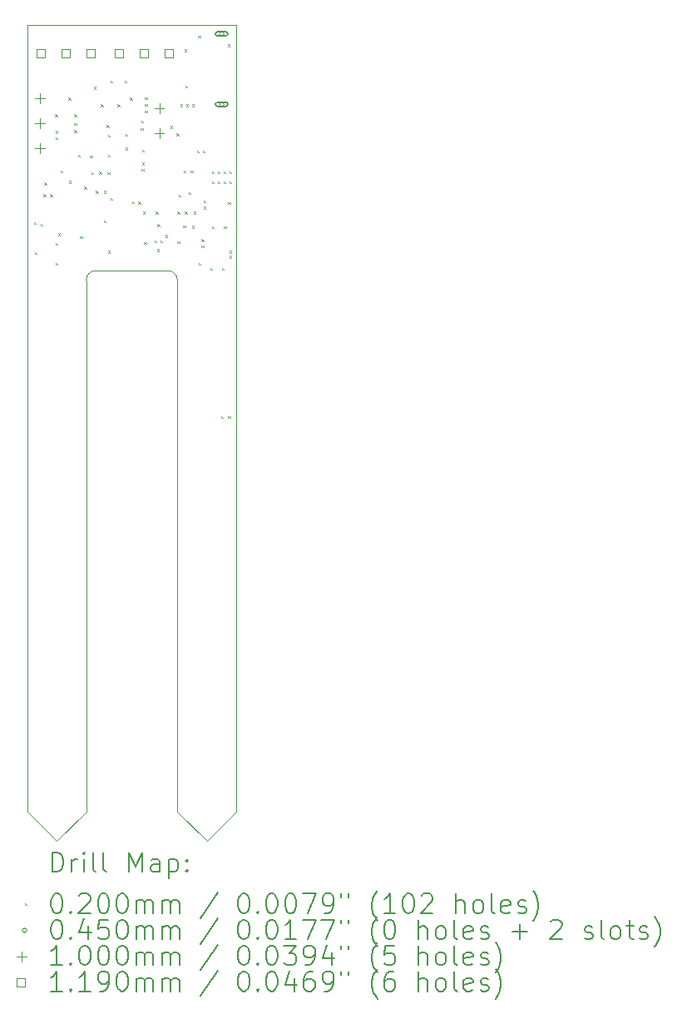
<source format=gbr>
%TF.GenerationSoftware,KiCad,Pcbnew,(6.0.7)*%
%TF.CreationDate,2022-10-27T11:55:26+02:00*%
%TF.ProjectId,soilMoistureSensor,736f696c-4d6f-4697-9374-75726553656e,rev?*%
%TF.SameCoordinates,Original*%
%TF.FileFunction,Drillmap*%
%TF.FilePolarity,Positive*%
%FSLAX45Y45*%
G04 Gerber Fmt 4.5, Leading zero omitted, Abs format (unit mm)*
G04 Created by KiCad (PCBNEW (6.0.7)) date 2022-10-27 11:55:26*
%MOMM*%
%LPD*%
G01*
G04 APERTURE LIST*
%ADD10C,0.100000*%
%ADD11C,0.200000*%
%ADD12C,0.020000*%
%ADD13C,0.045000*%
%ADD14C,0.119000*%
G04 APERTURE END LIST*
D10*
X22120000Y-11840000D02*
X22120000Y-6440000D01*
X23650000Y-3840000D02*
X23650000Y-11840000D01*
X23650000Y-3840000D02*
X21520000Y-3840000D01*
X21520000Y-3840000D02*
X21520000Y-11840000D01*
X23350000Y-12140000D02*
X23050000Y-11840000D01*
X22950000Y-6340000D02*
X22220000Y-6340000D01*
X21820000Y-12140000D02*
X22120000Y-11840000D01*
X23650000Y-11840000D02*
X23350000Y-12140000D01*
X21520000Y-11840000D02*
X21820000Y-12140000D01*
X23050000Y-6440000D02*
G75*
G03*
X22950000Y-6340000I-100000J0D01*
G01*
X22220000Y-6340000D02*
G75*
G03*
X22120000Y-6440000I0J-100000D01*
G01*
X23050000Y-11840000D02*
X23050000Y-6440000D01*
D11*
D12*
X21587337Y-5847337D02*
X21607337Y-5867337D01*
X21607337Y-5847337D02*
X21587337Y-5867337D01*
X21600000Y-6150000D02*
X21620000Y-6170000D01*
X21620000Y-6150000D02*
X21600000Y-6170000D01*
X21656000Y-5861113D02*
X21676000Y-5881113D01*
X21676000Y-5861113D02*
X21656000Y-5881113D01*
X21686000Y-5564000D02*
X21706000Y-5584000D01*
X21706000Y-5564000D02*
X21686000Y-5584000D01*
X21694000Y-5445000D02*
X21714000Y-5465000D01*
X21714000Y-5445000D02*
X21694000Y-5465000D01*
X21753000Y-5564000D02*
X21773000Y-5584000D01*
X21773000Y-5564000D02*
X21753000Y-5584000D01*
X21804000Y-4750000D02*
X21824000Y-4770000D01*
X21824000Y-4750000D02*
X21804000Y-4770000D01*
X21810000Y-4920000D02*
X21830000Y-4940000D01*
X21830000Y-4920000D02*
X21810000Y-4940000D01*
X21810000Y-4982650D02*
X21830000Y-5002650D01*
X21830000Y-4982650D02*
X21810000Y-5002650D01*
X21810000Y-6060000D02*
X21830000Y-6080000D01*
X21830000Y-6060000D02*
X21810000Y-6080000D01*
X21810000Y-6260000D02*
X21830000Y-6280000D01*
X21830000Y-6260000D02*
X21810000Y-6280000D01*
X21834850Y-5960000D02*
X21854850Y-5980000D01*
X21854850Y-5960000D02*
X21834850Y-5980000D01*
X21860000Y-5320000D02*
X21880000Y-5340000D01*
X21880000Y-5320000D02*
X21860000Y-5340000D01*
X21940000Y-4580000D02*
X21960000Y-4600000D01*
X21960000Y-4580000D02*
X21940000Y-4600000D01*
X21946418Y-5429147D02*
X21966418Y-5449147D01*
X21966418Y-5429147D02*
X21946418Y-5449147D01*
X21999850Y-4910000D02*
X22019850Y-4930000D01*
X22019850Y-4910000D02*
X21999850Y-4930000D01*
X22000000Y-4750000D02*
X22020000Y-4770000D01*
X22020000Y-4750000D02*
X22000000Y-4770000D01*
X22000000Y-4840000D02*
X22020000Y-4860000D01*
X22020000Y-4840000D02*
X22000000Y-4860000D01*
X22039262Y-5162319D02*
X22059262Y-5182319D01*
X22059262Y-5162319D02*
X22039262Y-5182319D01*
X22060000Y-5990000D02*
X22080000Y-6010000D01*
X22080000Y-5990000D02*
X22060000Y-6010000D01*
X22100000Y-5486000D02*
X22120000Y-5506000D01*
X22120000Y-5486000D02*
X22100000Y-5506000D01*
X22160000Y-5170000D02*
X22180000Y-5190000D01*
X22180000Y-5170000D02*
X22160000Y-5190000D01*
X22175000Y-5340000D02*
X22195000Y-5360000D01*
X22195000Y-5340000D02*
X22175000Y-5360000D01*
X22200000Y-4470000D02*
X22220000Y-4490000D01*
X22220000Y-4470000D02*
X22200000Y-4490000D01*
X22220000Y-5530000D02*
X22240000Y-5550000D01*
X22240000Y-5530000D02*
X22220000Y-5550000D01*
X22255000Y-5335000D02*
X22275000Y-5355000D01*
X22275000Y-5335000D02*
X22255000Y-5355000D01*
X22270000Y-4650000D02*
X22290000Y-4670000D01*
X22290000Y-4650000D02*
X22270000Y-4670000D01*
X22300000Y-5530000D02*
X22320000Y-5550000D01*
X22320000Y-5530000D02*
X22300000Y-5550000D01*
X22300000Y-5830000D02*
X22320000Y-5850000D01*
X22320000Y-5830000D02*
X22300000Y-5850000D01*
X22330000Y-4860000D02*
X22350000Y-4880000D01*
X22350000Y-4860000D02*
X22330000Y-4880000D01*
X22338887Y-5341113D02*
X22358887Y-5361113D01*
X22358887Y-5341113D02*
X22338887Y-5361113D01*
X22340000Y-4960000D02*
X22360000Y-4980000D01*
X22360000Y-4960000D02*
X22340000Y-4980000D01*
X22340000Y-5160000D02*
X22360000Y-5180000D01*
X22360000Y-5160000D02*
X22340000Y-5180000D01*
X22340000Y-6140000D02*
X22360000Y-6160000D01*
X22360000Y-6140000D02*
X22340000Y-6160000D01*
X22368887Y-5598887D02*
X22388887Y-5618887D01*
X22388887Y-5598887D02*
X22368887Y-5618887D01*
X22370000Y-4410000D02*
X22390000Y-4430000D01*
X22390000Y-4410000D02*
X22370000Y-4430000D01*
X22440000Y-4650000D02*
X22460000Y-4670000D01*
X22460000Y-4650000D02*
X22440000Y-4670000D01*
X22510000Y-4410000D02*
X22530000Y-4430000D01*
X22530000Y-4410000D02*
X22510000Y-4430000D01*
X22522650Y-4950000D02*
X22542650Y-4970000D01*
X22542650Y-4950000D02*
X22522650Y-4970000D01*
X22522650Y-5090000D02*
X22542650Y-5110000D01*
X22542650Y-5090000D02*
X22522650Y-5110000D01*
X22567350Y-4580000D02*
X22587350Y-4600000D01*
X22587350Y-4580000D02*
X22567350Y-4600000D01*
X22587407Y-5637316D02*
X22607407Y-5657316D01*
X22607407Y-5637316D02*
X22587407Y-5657316D01*
X22650000Y-5640000D02*
X22670000Y-5660000D01*
X22670000Y-5640000D02*
X22650000Y-5660000D01*
X22676000Y-4890000D02*
X22696000Y-4910000D01*
X22696000Y-4890000D02*
X22676000Y-4910000D01*
X22683390Y-4815593D02*
X22703390Y-4835593D01*
X22703390Y-4815593D02*
X22683390Y-4835593D01*
X22685000Y-5305000D02*
X22705000Y-5325000D01*
X22705000Y-5305000D02*
X22685000Y-5325000D01*
X22690000Y-5110000D02*
X22710000Y-5130000D01*
X22710000Y-5110000D02*
X22690000Y-5130000D01*
X22690000Y-5240000D02*
X22710000Y-5260000D01*
X22710000Y-5240000D02*
X22690000Y-5260000D01*
X22700000Y-5740000D02*
X22720000Y-5760000D01*
X22720000Y-5740000D02*
X22700000Y-5760000D01*
X22710000Y-6050000D02*
X22730000Y-6070000D01*
X22730000Y-6050000D02*
X22710000Y-6070000D01*
X22719977Y-4710000D02*
X22739977Y-4730000D01*
X22739977Y-4710000D02*
X22719977Y-4730000D01*
X22719996Y-4579148D02*
X22739996Y-4599148D01*
X22739996Y-4579148D02*
X22719996Y-4599148D01*
X22720300Y-4641798D02*
X22740300Y-4661798D01*
X22740300Y-4641798D02*
X22720300Y-4661798D01*
X22813887Y-6033887D02*
X22833887Y-6053887D01*
X22833887Y-6033887D02*
X22813887Y-6053887D01*
X22830000Y-5740000D02*
X22850000Y-5760000D01*
X22850000Y-5740000D02*
X22830000Y-5760000D01*
X22840672Y-6122686D02*
X22860672Y-6142686D01*
X22860672Y-6122686D02*
X22840672Y-6142686D01*
X22845000Y-5867707D02*
X22865000Y-5887707D01*
X22865000Y-5867707D02*
X22845000Y-5887707D01*
X22876527Y-6035028D02*
X22896527Y-6055028D01*
X22896527Y-6035028D02*
X22876527Y-6055028D01*
X22929000Y-5976701D02*
X22949000Y-5996701D01*
X22949000Y-5976701D02*
X22929000Y-5996701D01*
X22980000Y-4870000D02*
X23000000Y-4890000D01*
X23000000Y-4870000D02*
X22980000Y-4890000D01*
X23040000Y-4945000D02*
X23060000Y-4965000D01*
X23060000Y-4945000D02*
X23040000Y-4965000D01*
X23048887Y-6043887D02*
X23068887Y-6063887D01*
X23068887Y-6043887D02*
X23048887Y-6063887D01*
X23050000Y-5740000D02*
X23070000Y-5760000D01*
X23070000Y-5740000D02*
X23050000Y-5760000D01*
X23060000Y-5570000D02*
X23080000Y-5590000D01*
X23080000Y-5570000D02*
X23060000Y-5590000D01*
X23080000Y-4650000D02*
X23100000Y-4670000D01*
X23100000Y-4650000D02*
X23080000Y-4670000D01*
X23108887Y-5881113D02*
X23128887Y-5901113D01*
X23128887Y-5881113D02*
X23108887Y-5901113D01*
X23115000Y-5320000D02*
X23135000Y-5340000D01*
X23135000Y-5320000D02*
X23115000Y-5340000D01*
X23120000Y-4090000D02*
X23140000Y-4110000D01*
X23140000Y-4090000D02*
X23120000Y-4110000D01*
X23126000Y-5740000D02*
X23146000Y-5760000D01*
X23146000Y-5740000D02*
X23126000Y-5760000D01*
X23130000Y-4460000D02*
X23150000Y-4480000D01*
X23150000Y-4460000D02*
X23130000Y-4480000D01*
X23140000Y-4650000D02*
X23160000Y-4670000D01*
X23160000Y-4650000D02*
X23140000Y-4670000D01*
X23166000Y-5540000D02*
X23186000Y-5560000D01*
X23186000Y-5540000D02*
X23166000Y-5560000D01*
X23185000Y-5320000D02*
X23205000Y-5340000D01*
X23205000Y-5320000D02*
X23185000Y-5340000D01*
X23196937Y-5884850D02*
X23216937Y-5904850D01*
X23216937Y-5884850D02*
X23196937Y-5904850D01*
X23200000Y-4650000D02*
X23220000Y-4670000D01*
X23220000Y-4650000D02*
X23200000Y-4670000D01*
X23215000Y-5740000D02*
X23235000Y-5760000D01*
X23235000Y-5740000D02*
X23215000Y-5760000D01*
X23250000Y-5120000D02*
X23270000Y-5140000D01*
X23270000Y-5120000D02*
X23250000Y-5140000D01*
X23260000Y-3950000D02*
X23280000Y-3970000D01*
X23280000Y-3950000D02*
X23260000Y-3970000D01*
X23265000Y-6260000D02*
X23285000Y-6280000D01*
X23285000Y-6260000D02*
X23265000Y-6280000D01*
X23295000Y-6020150D02*
X23315000Y-6040150D01*
X23315000Y-6020150D02*
X23295000Y-6040150D01*
X23296250Y-6083750D02*
X23316250Y-6103750D01*
X23316250Y-6083750D02*
X23296250Y-6103750D01*
X23310000Y-5120000D02*
X23330000Y-5140000D01*
X23330000Y-5120000D02*
X23310000Y-5140000D01*
X23315000Y-5625000D02*
X23335000Y-5645000D01*
X23335000Y-5625000D02*
X23315000Y-5645000D01*
X23315000Y-5690000D02*
X23335000Y-5710000D01*
X23335000Y-5690000D02*
X23315000Y-5710000D01*
X23385000Y-6315000D02*
X23405000Y-6335000D01*
X23405000Y-6315000D02*
X23385000Y-6335000D01*
X23400000Y-5330000D02*
X23420000Y-5350000D01*
X23420000Y-5330000D02*
X23400000Y-5350000D01*
X23400000Y-5430000D02*
X23420000Y-5450000D01*
X23420000Y-5430000D02*
X23400000Y-5450000D01*
X23400000Y-5889850D02*
X23420000Y-5909850D01*
X23420000Y-5889850D02*
X23400000Y-5909850D01*
X23460000Y-5330000D02*
X23480000Y-5350000D01*
X23480000Y-5330000D02*
X23460000Y-5350000D01*
X23460000Y-5430000D02*
X23480000Y-5450000D01*
X23480000Y-5430000D02*
X23460000Y-5450000D01*
X23495000Y-7820000D02*
X23515000Y-7840000D01*
X23515000Y-7820000D02*
X23495000Y-7840000D01*
X23500000Y-6315000D02*
X23520000Y-6335000D01*
X23520000Y-6315000D02*
X23500000Y-6335000D01*
X23520000Y-5330000D02*
X23540000Y-5350000D01*
X23540000Y-5330000D02*
X23520000Y-5350000D01*
X23520000Y-5430000D02*
X23540000Y-5450000D01*
X23540000Y-5430000D02*
X23520000Y-5450000D01*
X23525000Y-5890000D02*
X23545000Y-5910000D01*
X23545000Y-5890000D02*
X23525000Y-5910000D01*
X23560000Y-4040000D02*
X23580000Y-4060000D01*
X23580000Y-4040000D02*
X23560000Y-4060000D01*
X23564650Y-5645000D02*
X23584650Y-5665000D01*
X23584650Y-5645000D02*
X23564650Y-5665000D01*
X23565000Y-7820000D02*
X23585000Y-7840000D01*
X23585000Y-7820000D02*
X23565000Y-7840000D01*
X23580000Y-5330000D02*
X23600000Y-5350000D01*
X23600000Y-5330000D02*
X23580000Y-5350000D01*
X23580000Y-5430000D02*
X23600000Y-5450000D01*
X23600000Y-5430000D02*
X23580000Y-5450000D01*
X23580000Y-6140150D02*
X23600000Y-6160150D01*
X23600000Y-6140150D02*
X23580000Y-6160150D01*
X23580000Y-6190000D02*
X23600000Y-6210000D01*
X23600000Y-6190000D02*
X23580000Y-6210000D01*
D13*
X23522500Y-3932500D02*
G75*
G03*
X23522500Y-3932500I-22500J0D01*
G01*
D11*
X23460000Y-3955000D02*
X23540000Y-3955000D01*
X23460000Y-3910000D02*
X23540000Y-3910000D01*
X23540000Y-3955000D02*
G75*
G03*
X23540000Y-3910000I0J22500D01*
G01*
X23460000Y-3910000D02*
G75*
G03*
X23460000Y-3955000I0J-22500D01*
G01*
D13*
X23522500Y-4647500D02*
G75*
G03*
X23522500Y-4647500I-22500J0D01*
G01*
D11*
X23540000Y-4625000D02*
X23460000Y-4625000D01*
X23540000Y-4670000D02*
X23460000Y-4670000D01*
X23460000Y-4625000D02*
G75*
G03*
X23460000Y-4670000I0J-22500D01*
G01*
X23540000Y-4670000D02*
G75*
G03*
X23540000Y-4625000I0J22500D01*
G01*
D10*
X21647500Y-4537500D02*
X21647500Y-4637500D01*
X21597500Y-4587500D02*
X21697500Y-4587500D01*
X21647500Y-4791500D02*
X21647500Y-4891500D01*
X21597500Y-4841500D02*
X21697500Y-4841500D01*
X21647500Y-5045500D02*
X21647500Y-5145500D01*
X21597500Y-5095500D02*
X21697500Y-5095500D01*
X22865000Y-4635000D02*
X22865000Y-4735000D01*
X22815000Y-4685000D02*
X22915000Y-4685000D01*
X22865000Y-4889000D02*
X22865000Y-4989000D01*
X22815000Y-4939000D02*
X22915000Y-4939000D01*
D14*
X21699573Y-4174073D02*
X21699573Y-4089927D01*
X21615427Y-4089927D01*
X21615427Y-4174073D01*
X21699573Y-4174073D01*
X21953573Y-4174073D02*
X21953573Y-4089927D01*
X21869427Y-4089927D01*
X21869427Y-4174073D01*
X21953573Y-4174073D01*
X22207573Y-4174073D02*
X22207573Y-4089927D01*
X22123427Y-4089927D01*
X22123427Y-4174073D01*
X22207573Y-4174073D01*
X22499573Y-4174073D02*
X22499573Y-4089927D01*
X22415427Y-4089927D01*
X22415427Y-4174073D01*
X22499573Y-4174073D01*
X22753573Y-4174073D02*
X22753573Y-4089927D01*
X22669427Y-4089927D01*
X22669427Y-4174073D01*
X22753573Y-4174073D01*
X23007573Y-4174073D02*
X23007573Y-4089927D01*
X22923427Y-4089927D01*
X22923427Y-4174073D01*
X23007573Y-4174073D01*
D11*
X21772619Y-12455476D02*
X21772619Y-12255476D01*
X21820238Y-12255476D01*
X21848810Y-12265000D01*
X21867857Y-12284048D01*
X21877381Y-12303095D01*
X21886905Y-12341190D01*
X21886905Y-12369762D01*
X21877381Y-12407857D01*
X21867857Y-12426905D01*
X21848810Y-12445952D01*
X21820238Y-12455476D01*
X21772619Y-12455476D01*
X21972619Y-12455476D02*
X21972619Y-12322143D01*
X21972619Y-12360238D02*
X21982143Y-12341190D01*
X21991667Y-12331667D01*
X22010714Y-12322143D01*
X22029762Y-12322143D01*
X22096429Y-12455476D02*
X22096429Y-12322143D01*
X22096429Y-12255476D02*
X22086905Y-12265000D01*
X22096429Y-12274524D01*
X22105952Y-12265000D01*
X22096429Y-12255476D01*
X22096429Y-12274524D01*
X22220238Y-12455476D02*
X22201190Y-12445952D01*
X22191667Y-12426905D01*
X22191667Y-12255476D01*
X22325000Y-12455476D02*
X22305952Y-12445952D01*
X22296429Y-12426905D01*
X22296429Y-12255476D01*
X22553571Y-12455476D02*
X22553571Y-12255476D01*
X22620238Y-12398333D01*
X22686905Y-12255476D01*
X22686905Y-12455476D01*
X22867857Y-12455476D02*
X22867857Y-12350714D01*
X22858333Y-12331667D01*
X22839286Y-12322143D01*
X22801190Y-12322143D01*
X22782143Y-12331667D01*
X22867857Y-12445952D02*
X22848809Y-12455476D01*
X22801190Y-12455476D01*
X22782143Y-12445952D01*
X22772619Y-12426905D01*
X22772619Y-12407857D01*
X22782143Y-12388809D01*
X22801190Y-12379286D01*
X22848809Y-12379286D01*
X22867857Y-12369762D01*
X22963095Y-12322143D02*
X22963095Y-12522143D01*
X22963095Y-12331667D02*
X22982143Y-12322143D01*
X23020238Y-12322143D01*
X23039286Y-12331667D01*
X23048809Y-12341190D01*
X23058333Y-12360238D01*
X23058333Y-12417381D01*
X23048809Y-12436428D01*
X23039286Y-12445952D01*
X23020238Y-12455476D01*
X22982143Y-12455476D01*
X22963095Y-12445952D01*
X23144048Y-12436428D02*
X23153571Y-12445952D01*
X23144048Y-12455476D01*
X23134524Y-12445952D01*
X23144048Y-12436428D01*
X23144048Y-12455476D01*
X23144048Y-12331667D02*
X23153571Y-12341190D01*
X23144048Y-12350714D01*
X23134524Y-12341190D01*
X23144048Y-12331667D01*
X23144048Y-12350714D01*
D12*
X21495000Y-12775000D02*
X21515000Y-12795000D01*
X21515000Y-12775000D02*
X21495000Y-12795000D01*
D11*
X21810714Y-12675476D02*
X21829762Y-12675476D01*
X21848810Y-12685000D01*
X21858333Y-12694524D01*
X21867857Y-12713571D01*
X21877381Y-12751667D01*
X21877381Y-12799286D01*
X21867857Y-12837381D01*
X21858333Y-12856428D01*
X21848810Y-12865952D01*
X21829762Y-12875476D01*
X21810714Y-12875476D01*
X21791667Y-12865952D01*
X21782143Y-12856428D01*
X21772619Y-12837381D01*
X21763095Y-12799286D01*
X21763095Y-12751667D01*
X21772619Y-12713571D01*
X21782143Y-12694524D01*
X21791667Y-12685000D01*
X21810714Y-12675476D01*
X21963095Y-12856428D02*
X21972619Y-12865952D01*
X21963095Y-12875476D01*
X21953571Y-12865952D01*
X21963095Y-12856428D01*
X21963095Y-12875476D01*
X22048810Y-12694524D02*
X22058333Y-12685000D01*
X22077381Y-12675476D01*
X22125000Y-12675476D01*
X22144048Y-12685000D01*
X22153571Y-12694524D01*
X22163095Y-12713571D01*
X22163095Y-12732619D01*
X22153571Y-12761190D01*
X22039286Y-12875476D01*
X22163095Y-12875476D01*
X22286905Y-12675476D02*
X22305952Y-12675476D01*
X22325000Y-12685000D01*
X22334524Y-12694524D01*
X22344048Y-12713571D01*
X22353571Y-12751667D01*
X22353571Y-12799286D01*
X22344048Y-12837381D01*
X22334524Y-12856428D01*
X22325000Y-12865952D01*
X22305952Y-12875476D01*
X22286905Y-12875476D01*
X22267857Y-12865952D01*
X22258333Y-12856428D01*
X22248810Y-12837381D01*
X22239286Y-12799286D01*
X22239286Y-12751667D01*
X22248810Y-12713571D01*
X22258333Y-12694524D01*
X22267857Y-12685000D01*
X22286905Y-12675476D01*
X22477381Y-12675476D02*
X22496428Y-12675476D01*
X22515476Y-12685000D01*
X22525000Y-12694524D01*
X22534524Y-12713571D01*
X22544048Y-12751667D01*
X22544048Y-12799286D01*
X22534524Y-12837381D01*
X22525000Y-12856428D01*
X22515476Y-12865952D01*
X22496428Y-12875476D01*
X22477381Y-12875476D01*
X22458333Y-12865952D01*
X22448809Y-12856428D01*
X22439286Y-12837381D01*
X22429762Y-12799286D01*
X22429762Y-12751667D01*
X22439286Y-12713571D01*
X22448809Y-12694524D01*
X22458333Y-12685000D01*
X22477381Y-12675476D01*
X22629762Y-12875476D02*
X22629762Y-12742143D01*
X22629762Y-12761190D02*
X22639286Y-12751667D01*
X22658333Y-12742143D01*
X22686905Y-12742143D01*
X22705952Y-12751667D01*
X22715476Y-12770714D01*
X22715476Y-12875476D01*
X22715476Y-12770714D02*
X22725000Y-12751667D01*
X22744048Y-12742143D01*
X22772619Y-12742143D01*
X22791667Y-12751667D01*
X22801190Y-12770714D01*
X22801190Y-12875476D01*
X22896428Y-12875476D02*
X22896428Y-12742143D01*
X22896428Y-12761190D02*
X22905952Y-12751667D01*
X22925000Y-12742143D01*
X22953571Y-12742143D01*
X22972619Y-12751667D01*
X22982143Y-12770714D01*
X22982143Y-12875476D01*
X22982143Y-12770714D02*
X22991667Y-12751667D01*
X23010714Y-12742143D01*
X23039286Y-12742143D01*
X23058333Y-12751667D01*
X23067857Y-12770714D01*
X23067857Y-12875476D01*
X23458333Y-12665952D02*
X23286905Y-12923095D01*
X23715476Y-12675476D02*
X23734524Y-12675476D01*
X23753571Y-12685000D01*
X23763095Y-12694524D01*
X23772619Y-12713571D01*
X23782143Y-12751667D01*
X23782143Y-12799286D01*
X23772619Y-12837381D01*
X23763095Y-12856428D01*
X23753571Y-12865952D01*
X23734524Y-12875476D01*
X23715476Y-12875476D01*
X23696428Y-12865952D01*
X23686905Y-12856428D01*
X23677381Y-12837381D01*
X23667857Y-12799286D01*
X23667857Y-12751667D01*
X23677381Y-12713571D01*
X23686905Y-12694524D01*
X23696428Y-12685000D01*
X23715476Y-12675476D01*
X23867857Y-12856428D02*
X23877381Y-12865952D01*
X23867857Y-12875476D01*
X23858333Y-12865952D01*
X23867857Y-12856428D01*
X23867857Y-12875476D01*
X24001190Y-12675476D02*
X24020238Y-12675476D01*
X24039286Y-12685000D01*
X24048809Y-12694524D01*
X24058333Y-12713571D01*
X24067857Y-12751667D01*
X24067857Y-12799286D01*
X24058333Y-12837381D01*
X24048809Y-12856428D01*
X24039286Y-12865952D01*
X24020238Y-12875476D01*
X24001190Y-12875476D01*
X23982143Y-12865952D01*
X23972619Y-12856428D01*
X23963095Y-12837381D01*
X23953571Y-12799286D01*
X23953571Y-12751667D01*
X23963095Y-12713571D01*
X23972619Y-12694524D01*
X23982143Y-12685000D01*
X24001190Y-12675476D01*
X24191667Y-12675476D02*
X24210714Y-12675476D01*
X24229762Y-12685000D01*
X24239286Y-12694524D01*
X24248809Y-12713571D01*
X24258333Y-12751667D01*
X24258333Y-12799286D01*
X24248809Y-12837381D01*
X24239286Y-12856428D01*
X24229762Y-12865952D01*
X24210714Y-12875476D01*
X24191667Y-12875476D01*
X24172619Y-12865952D01*
X24163095Y-12856428D01*
X24153571Y-12837381D01*
X24144048Y-12799286D01*
X24144048Y-12751667D01*
X24153571Y-12713571D01*
X24163095Y-12694524D01*
X24172619Y-12685000D01*
X24191667Y-12675476D01*
X24325000Y-12675476D02*
X24458333Y-12675476D01*
X24372619Y-12875476D01*
X24544048Y-12875476D02*
X24582143Y-12875476D01*
X24601190Y-12865952D01*
X24610714Y-12856428D01*
X24629762Y-12827857D01*
X24639286Y-12789762D01*
X24639286Y-12713571D01*
X24629762Y-12694524D01*
X24620238Y-12685000D01*
X24601190Y-12675476D01*
X24563095Y-12675476D01*
X24544048Y-12685000D01*
X24534524Y-12694524D01*
X24525000Y-12713571D01*
X24525000Y-12761190D01*
X24534524Y-12780238D01*
X24544048Y-12789762D01*
X24563095Y-12799286D01*
X24601190Y-12799286D01*
X24620238Y-12789762D01*
X24629762Y-12780238D01*
X24639286Y-12761190D01*
X24715476Y-12675476D02*
X24715476Y-12713571D01*
X24791667Y-12675476D02*
X24791667Y-12713571D01*
X25086905Y-12951667D02*
X25077381Y-12942143D01*
X25058333Y-12913571D01*
X25048809Y-12894524D01*
X25039286Y-12865952D01*
X25029762Y-12818333D01*
X25029762Y-12780238D01*
X25039286Y-12732619D01*
X25048809Y-12704048D01*
X25058333Y-12685000D01*
X25077381Y-12656428D01*
X25086905Y-12646905D01*
X25267857Y-12875476D02*
X25153571Y-12875476D01*
X25210714Y-12875476D02*
X25210714Y-12675476D01*
X25191667Y-12704048D01*
X25172619Y-12723095D01*
X25153571Y-12732619D01*
X25391667Y-12675476D02*
X25410714Y-12675476D01*
X25429762Y-12685000D01*
X25439286Y-12694524D01*
X25448809Y-12713571D01*
X25458333Y-12751667D01*
X25458333Y-12799286D01*
X25448809Y-12837381D01*
X25439286Y-12856428D01*
X25429762Y-12865952D01*
X25410714Y-12875476D01*
X25391667Y-12875476D01*
X25372619Y-12865952D01*
X25363095Y-12856428D01*
X25353571Y-12837381D01*
X25344048Y-12799286D01*
X25344048Y-12751667D01*
X25353571Y-12713571D01*
X25363095Y-12694524D01*
X25372619Y-12685000D01*
X25391667Y-12675476D01*
X25534524Y-12694524D02*
X25544048Y-12685000D01*
X25563095Y-12675476D01*
X25610714Y-12675476D01*
X25629762Y-12685000D01*
X25639286Y-12694524D01*
X25648809Y-12713571D01*
X25648809Y-12732619D01*
X25639286Y-12761190D01*
X25525000Y-12875476D01*
X25648809Y-12875476D01*
X25886905Y-12875476D02*
X25886905Y-12675476D01*
X25972619Y-12875476D02*
X25972619Y-12770714D01*
X25963095Y-12751667D01*
X25944048Y-12742143D01*
X25915476Y-12742143D01*
X25896428Y-12751667D01*
X25886905Y-12761190D01*
X26096428Y-12875476D02*
X26077381Y-12865952D01*
X26067857Y-12856428D01*
X26058333Y-12837381D01*
X26058333Y-12780238D01*
X26067857Y-12761190D01*
X26077381Y-12751667D01*
X26096428Y-12742143D01*
X26125000Y-12742143D01*
X26144048Y-12751667D01*
X26153571Y-12761190D01*
X26163095Y-12780238D01*
X26163095Y-12837381D01*
X26153571Y-12856428D01*
X26144048Y-12865952D01*
X26125000Y-12875476D01*
X26096428Y-12875476D01*
X26277381Y-12875476D02*
X26258333Y-12865952D01*
X26248809Y-12846905D01*
X26248809Y-12675476D01*
X26429762Y-12865952D02*
X26410714Y-12875476D01*
X26372619Y-12875476D01*
X26353571Y-12865952D01*
X26344048Y-12846905D01*
X26344048Y-12770714D01*
X26353571Y-12751667D01*
X26372619Y-12742143D01*
X26410714Y-12742143D01*
X26429762Y-12751667D01*
X26439286Y-12770714D01*
X26439286Y-12789762D01*
X26344048Y-12808809D01*
X26515476Y-12865952D02*
X26534524Y-12875476D01*
X26572619Y-12875476D01*
X26591667Y-12865952D01*
X26601190Y-12846905D01*
X26601190Y-12837381D01*
X26591667Y-12818333D01*
X26572619Y-12808809D01*
X26544048Y-12808809D01*
X26525000Y-12799286D01*
X26515476Y-12780238D01*
X26515476Y-12770714D01*
X26525000Y-12751667D01*
X26544048Y-12742143D01*
X26572619Y-12742143D01*
X26591667Y-12751667D01*
X26667857Y-12951667D02*
X26677381Y-12942143D01*
X26696428Y-12913571D01*
X26705952Y-12894524D01*
X26715476Y-12865952D01*
X26725000Y-12818333D01*
X26725000Y-12780238D01*
X26715476Y-12732619D01*
X26705952Y-12704048D01*
X26696428Y-12685000D01*
X26677381Y-12656428D01*
X26667857Y-12646905D01*
D13*
X21515000Y-13049000D02*
G75*
G03*
X21515000Y-13049000I-22500J0D01*
G01*
D11*
X21810714Y-12939476D02*
X21829762Y-12939476D01*
X21848810Y-12949000D01*
X21858333Y-12958524D01*
X21867857Y-12977571D01*
X21877381Y-13015667D01*
X21877381Y-13063286D01*
X21867857Y-13101381D01*
X21858333Y-13120428D01*
X21848810Y-13129952D01*
X21829762Y-13139476D01*
X21810714Y-13139476D01*
X21791667Y-13129952D01*
X21782143Y-13120428D01*
X21772619Y-13101381D01*
X21763095Y-13063286D01*
X21763095Y-13015667D01*
X21772619Y-12977571D01*
X21782143Y-12958524D01*
X21791667Y-12949000D01*
X21810714Y-12939476D01*
X21963095Y-13120428D02*
X21972619Y-13129952D01*
X21963095Y-13139476D01*
X21953571Y-13129952D01*
X21963095Y-13120428D01*
X21963095Y-13139476D01*
X22144048Y-13006143D02*
X22144048Y-13139476D01*
X22096429Y-12929952D02*
X22048810Y-13072809D01*
X22172619Y-13072809D01*
X22344048Y-12939476D02*
X22248810Y-12939476D01*
X22239286Y-13034714D01*
X22248810Y-13025190D01*
X22267857Y-13015667D01*
X22315476Y-13015667D01*
X22334524Y-13025190D01*
X22344048Y-13034714D01*
X22353571Y-13053762D01*
X22353571Y-13101381D01*
X22344048Y-13120428D01*
X22334524Y-13129952D01*
X22315476Y-13139476D01*
X22267857Y-13139476D01*
X22248810Y-13129952D01*
X22239286Y-13120428D01*
X22477381Y-12939476D02*
X22496428Y-12939476D01*
X22515476Y-12949000D01*
X22525000Y-12958524D01*
X22534524Y-12977571D01*
X22544048Y-13015667D01*
X22544048Y-13063286D01*
X22534524Y-13101381D01*
X22525000Y-13120428D01*
X22515476Y-13129952D01*
X22496428Y-13139476D01*
X22477381Y-13139476D01*
X22458333Y-13129952D01*
X22448809Y-13120428D01*
X22439286Y-13101381D01*
X22429762Y-13063286D01*
X22429762Y-13015667D01*
X22439286Y-12977571D01*
X22448809Y-12958524D01*
X22458333Y-12949000D01*
X22477381Y-12939476D01*
X22629762Y-13139476D02*
X22629762Y-13006143D01*
X22629762Y-13025190D02*
X22639286Y-13015667D01*
X22658333Y-13006143D01*
X22686905Y-13006143D01*
X22705952Y-13015667D01*
X22715476Y-13034714D01*
X22715476Y-13139476D01*
X22715476Y-13034714D02*
X22725000Y-13015667D01*
X22744048Y-13006143D01*
X22772619Y-13006143D01*
X22791667Y-13015667D01*
X22801190Y-13034714D01*
X22801190Y-13139476D01*
X22896428Y-13139476D02*
X22896428Y-13006143D01*
X22896428Y-13025190D02*
X22905952Y-13015667D01*
X22925000Y-13006143D01*
X22953571Y-13006143D01*
X22972619Y-13015667D01*
X22982143Y-13034714D01*
X22982143Y-13139476D01*
X22982143Y-13034714D02*
X22991667Y-13015667D01*
X23010714Y-13006143D01*
X23039286Y-13006143D01*
X23058333Y-13015667D01*
X23067857Y-13034714D01*
X23067857Y-13139476D01*
X23458333Y-12929952D02*
X23286905Y-13187095D01*
X23715476Y-12939476D02*
X23734524Y-12939476D01*
X23753571Y-12949000D01*
X23763095Y-12958524D01*
X23772619Y-12977571D01*
X23782143Y-13015667D01*
X23782143Y-13063286D01*
X23772619Y-13101381D01*
X23763095Y-13120428D01*
X23753571Y-13129952D01*
X23734524Y-13139476D01*
X23715476Y-13139476D01*
X23696428Y-13129952D01*
X23686905Y-13120428D01*
X23677381Y-13101381D01*
X23667857Y-13063286D01*
X23667857Y-13015667D01*
X23677381Y-12977571D01*
X23686905Y-12958524D01*
X23696428Y-12949000D01*
X23715476Y-12939476D01*
X23867857Y-13120428D02*
X23877381Y-13129952D01*
X23867857Y-13139476D01*
X23858333Y-13129952D01*
X23867857Y-13120428D01*
X23867857Y-13139476D01*
X24001190Y-12939476D02*
X24020238Y-12939476D01*
X24039286Y-12949000D01*
X24048809Y-12958524D01*
X24058333Y-12977571D01*
X24067857Y-13015667D01*
X24067857Y-13063286D01*
X24058333Y-13101381D01*
X24048809Y-13120428D01*
X24039286Y-13129952D01*
X24020238Y-13139476D01*
X24001190Y-13139476D01*
X23982143Y-13129952D01*
X23972619Y-13120428D01*
X23963095Y-13101381D01*
X23953571Y-13063286D01*
X23953571Y-13015667D01*
X23963095Y-12977571D01*
X23972619Y-12958524D01*
X23982143Y-12949000D01*
X24001190Y-12939476D01*
X24258333Y-13139476D02*
X24144048Y-13139476D01*
X24201190Y-13139476D02*
X24201190Y-12939476D01*
X24182143Y-12968048D01*
X24163095Y-12987095D01*
X24144048Y-12996619D01*
X24325000Y-12939476D02*
X24458333Y-12939476D01*
X24372619Y-13139476D01*
X24515476Y-12939476D02*
X24648809Y-12939476D01*
X24563095Y-13139476D01*
X24715476Y-12939476D02*
X24715476Y-12977571D01*
X24791667Y-12939476D02*
X24791667Y-12977571D01*
X25086905Y-13215667D02*
X25077381Y-13206143D01*
X25058333Y-13177571D01*
X25048809Y-13158524D01*
X25039286Y-13129952D01*
X25029762Y-13082333D01*
X25029762Y-13044238D01*
X25039286Y-12996619D01*
X25048809Y-12968048D01*
X25058333Y-12949000D01*
X25077381Y-12920428D01*
X25086905Y-12910905D01*
X25201190Y-12939476D02*
X25220238Y-12939476D01*
X25239286Y-12949000D01*
X25248809Y-12958524D01*
X25258333Y-12977571D01*
X25267857Y-13015667D01*
X25267857Y-13063286D01*
X25258333Y-13101381D01*
X25248809Y-13120428D01*
X25239286Y-13129952D01*
X25220238Y-13139476D01*
X25201190Y-13139476D01*
X25182143Y-13129952D01*
X25172619Y-13120428D01*
X25163095Y-13101381D01*
X25153571Y-13063286D01*
X25153571Y-13015667D01*
X25163095Y-12977571D01*
X25172619Y-12958524D01*
X25182143Y-12949000D01*
X25201190Y-12939476D01*
X25505952Y-13139476D02*
X25505952Y-12939476D01*
X25591667Y-13139476D02*
X25591667Y-13034714D01*
X25582143Y-13015667D01*
X25563095Y-13006143D01*
X25534524Y-13006143D01*
X25515476Y-13015667D01*
X25505952Y-13025190D01*
X25715476Y-13139476D02*
X25696428Y-13129952D01*
X25686905Y-13120428D01*
X25677381Y-13101381D01*
X25677381Y-13044238D01*
X25686905Y-13025190D01*
X25696428Y-13015667D01*
X25715476Y-13006143D01*
X25744048Y-13006143D01*
X25763095Y-13015667D01*
X25772619Y-13025190D01*
X25782143Y-13044238D01*
X25782143Y-13101381D01*
X25772619Y-13120428D01*
X25763095Y-13129952D01*
X25744048Y-13139476D01*
X25715476Y-13139476D01*
X25896428Y-13139476D02*
X25877381Y-13129952D01*
X25867857Y-13110905D01*
X25867857Y-12939476D01*
X26048809Y-13129952D02*
X26029762Y-13139476D01*
X25991667Y-13139476D01*
X25972619Y-13129952D01*
X25963095Y-13110905D01*
X25963095Y-13034714D01*
X25972619Y-13015667D01*
X25991667Y-13006143D01*
X26029762Y-13006143D01*
X26048809Y-13015667D01*
X26058333Y-13034714D01*
X26058333Y-13053762D01*
X25963095Y-13072809D01*
X26134524Y-13129952D02*
X26153571Y-13139476D01*
X26191667Y-13139476D01*
X26210714Y-13129952D01*
X26220238Y-13110905D01*
X26220238Y-13101381D01*
X26210714Y-13082333D01*
X26191667Y-13072809D01*
X26163095Y-13072809D01*
X26144048Y-13063286D01*
X26134524Y-13044238D01*
X26134524Y-13034714D01*
X26144048Y-13015667D01*
X26163095Y-13006143D01*
X26191667Y-13006143D01*
X26210714Y-13015667D01*
X26458333Y-13063286D02*
X26610714Y-13063286D01*
X26534524Y-13139476D02*
X26534524Y-12987095D01*
X26848809Y-12958524D02*
X26858333Y-12949000D01*
X26877381Y-12939476D01*
X26925000Y-12939476D01*
X26944048Y-12949000D01*
X26953571Y-12958524D01*
X26963095Y-12977571D01*
X26963095Y-12996619D01*
X26953571Y-13025190D01*
X26839286Y-13139476D01*
X26963095Y-13139476D01*
X27191667Y-13129952D02*
X27210714Y-13139476D01*
X27248809Y-13139476D01*
X27267857Y-13129952D01*
X27277381Y-13110905D01*
X27277381Y-13101381D01*
X27267857Y-13082333D01*
X27248809Y-13072809D01*
X27220238Y-13072809D01*
X27201190Y-13063286D01*
X27191667Y-13044238D01*
X27191667Y-13034714D01*
X27201190Y-13015667D01*
X27220238Y-13006143D01*
X27248809Y-13006143D01*
X27267857Y-13015667D01*
X27391667Y-13139476D02*
X27372619Y-13129952D01*
X27363095Y-13110905D01*
X27363095Y-12939476D01*
X27496428Y-13139476D02*
X27477381Y-13129952D01*
X27467857Y-13120428D01*
X27458333Y-13101381D01*
X27458333Y-13044238D01*
X27467857Y-13025190D01*
X27477381Y-13015667D01*
X27496428Y-13006143D01*
X27525000Y-13006143D01*
X27544048Y-13015667D01*
X27553571Y-13025190D01*
X27563095Y-13044238D01*
X27563095Y-13101381D01*
X27553571Y-13120428D01*
X27544048Y-13129952D01*
X27525000Y-13139476D01*
X27496428Y-13139476D01*
X27620238Y-13006143D02*
X27696428Y-13006143D01*
X27648809Y-12939476D02*
X27648809Y-13110905D01*
X27658333Y-13129952D01*
X27677381Y-13139476D01*
X27696428Y-13139476D01*
X27753571Y-13129952D02*
X27772619Y-13139476D01*
X27810714Y-13139476D01*
X27829762Y-13129952D01*
X27839286Y-13110905D01*
X27839286Y-13101381D01*
X27829762Y-13082333D01*
X27810714Y-13072809D01*
X27782143Y-13072809D01*
X27763095Y-13063286D01*
X27753571Y-13044238D01*
X27753571Y-13034714D01*
X27763095Y-13015667D01*
X27782143Y-13006143D01*
X27810714Y-13006143D01*
X27829762Y-13015667D01*
X27905952Y-13215667D02*
X27915476Y-13206143D01*
X27934524Y-13177571D01*
X27944048Y-13158524D01*
X27953571Y-13129952D01*
X27963095Y-13082333D01*
X27963095Y-13044238D01*
X27953571Y-12996619D01*
X27944048Y-12968048D01*
X27934524Y-12949000D01*
X27915476Y-12920428D01*
X27905952Y-12910905D01*
D10*
X21465000Y-13263000D02*
X21465000Y-13363000D01*
X21415000Y-13313000D02*
X21515000Y-13313000D01*
D11*
X21877381Y-13403476D02*
X21763095Y-13403476D01*
X21820238Y-13403476D02*
X21820238Y-13203476D01*
X21801190Y-13232048D01*
X21782143Y-13251095D01*
X21763095Y-13260619D01*
X21963095Y-13384428D02*
X21972619Y-13393952D01*
X21963095Y-13403476D01*
X21953571Y-13393952D01*
X21963095Y-13384428D01*
X21963095Y-13403476D01*
X22096429Y-13203476D02*
X22115476Y-13203476D01*
X22134524Y-13213000D01*
X22144048Y-13222524D01*
X22153571Y-13241571D01*
X22163095Y-13279667D01*
X22163095Y-13327286D01*
X22153571Y-13365381D01*
X22144048Y-13384428D01*
X22134524Y-13393952D01*
X22115476Y-13403476D01*
X22096429Y-13403476D01*
X22077381Y-13393952D01*
X22067857Y-13384428D01*
X22058333Y-13365381D01*
X22048810Y-13327286D01*
X22048810Y-13279667D01*
X22058333Y-13241571D01*
X22067857Y-13222524D01*
X22077381Y-13213000D01*
X22096429Y-13203476D01*
X22286905Y-13203476D02*
X22305952Y-13203476D01*
X22325000Y-13213000D01*
X22334524Y-13222524D01*
X22344048Y-13241571D01*
X22353571Y-13279667D01*
X22353571Y-13327286D01*
X22344048Y-13365381D01*
X22334524Y-13384428D01*
X22325000Y-13393952D01*
X22305952Y-13403476D01*
X22286905Y-13403476D01*
X22267857Y-13393952D01*
X22258333Y-13384428D01*
X22248810Y-13365381D01*
X22239286Y-13327286D01*
X22239286Y-13279667D01*
X22248810Y-13241571D01*
X22258333Y-13222524D01*
X22267857Y-13213000D01*
X22286905Y-13203476D01*
X22477381Y-13203476D02*
X22496428Y-13203476D01*
X22515476Y-13213000D01*
X22525000Y-13222524D01*
X22534524Y-13241571D01*
X22544048Y-13279667D01*
X22544048Y-13327286D01*
X22534524Y-13365381D01*
X22525000Y-13384428D01*
X22515476Y-13393952D01*
X22496428Y-13403476D01*
X22477381Y-13403476D01*
X22458333Y-13393952D01*
X22448809Y-13384428D01*
X22439286Y-13365381D01*
X22429762Y-13327286D01*
X22429762Y-13279667D01*
X22439286Y-13241571D01*
X22448809Y-13222524D01*
X22458333Y-13213000D01*
X22477381Y-13203476D01*
X22629762Y-13403476D02*
X22629762Y-13270143D01*
X22629762Y-13289190D02*
X22639286Y-13279667D01*
X22658333Y-13270143D01*
X22686905Y-13270143D01*
X22705952Y-13279667D01*
X22715476Y-13298714D01*
X22715476Y-13403476D01*
X22715476Y-13298714D02*
X22725000Y-13279667D01*
X22744048Y-13270143D01*
X22772619Y-13270143D01*
X22791667Y-13279667D01*
X22801190Y-13298714D01*
X22801190Y-13403476D01*
X22896428Y-13403476D02*
X22896428Y-13270143D01*
X22896428Y-13289190D02*
X22905952Y-13279667D01*
X22925000Y-13270143D01*
X22953571Y-13270143D01*
X22972619Y-13279667D01*
X22982143Y-13298714D01*
X22982143Y-13403476D01*
X22982143Y-13298714D02*
X22991667Y-13279667D01*
X23010714Y-13270143D01*
X23039286Y-13270143D01*
X23058333Y-13279667D01*
X23067857Y-13298714D01*
X23067857Y-13403476D01*
X23458333Y-13193952D02*
X23286905Y-13451095D01*
X23715476Y-13203476D02*
X23734524Y-13203476D01*
X23753571Y-13213000D01*
X23763095Y-13222524D01*
X23772619Y-13241571D01*
X23782143Y-13279667D01*
X23782143Y-13327286D01*
X23772619Y-13365381D01*
X23763095Y-13384428D01*
X23753571Y-13393952D01*
X23734524Y-13403476D01*
X23715476Y-13403476D01*
X23696428Y-13393952D01*
X23686905Y-13384428D01*
X23677381Y-13365381D01*
X23667857Y-13327286D01*
X23667857Y-13279667D01*
X23677381Y-13241571D01*
X23686905Y-13222524D01*
X23696428Y-13213000D01*
X23715476Y-13203476D01*
X23867857Y-13384428D02*
X23877381Y-13393952D01*
X23867857Y-13403476D01*
X23858333Y-13393952D01*
X23867857Y-13384428D01*
X23867857Y-13403476D01*
X24001190Y-13203476D02*
X24020238Y-13203476D01*
X24039286Y-13213000D01*
X24048809Y-13222524D01*
X24058333Y-13241571D01*
X24067857Y-13279667D01*
X24067857Y-13327286D01*
X24058333Y-13365381D01*
X24048809Y-13384428D01*
X24039286Y-13393952D01*
X24020238Y-13403476D01*
X24001190Y-13403476D01*
X23982143Y-13393952D01*
X23972619Y-13384428D01*
X23963095Y-13365381D01*
X23953571Y-13327286D01*
X23953571Y-13279667D01*
X23963095Y-13241571D01*
X23972619Y-13222524D01*
X23982143Y-13213000D01*
X24001190Y-13203476D01*
X24134524Y-13203476D02*
X24258333Y-13203476D01*
X24191667Y-13279667D01*
X24220238Y-13279667D01*
X24239286Y-13289190D01*
X24248809Y-13298714D01*
X24258333Y-13317762D01*
X24258333Y-13365381D01*
X24248809Y-13384428D01*
X24239286Y-13393952D01*
X24220238Y-13403476D01*
X24163095Y-13403476D01*
X24144048Y-13393952D01*
X24134524Y-13384428D01*
X24353571Y-13403476D02*
X24391667Y-13403476D01*
X24410714Y-13393952D01*
X24420238Y-13384428D01*
X24439286Y-13355857D01*
X24448809Y-13317762D01*
X24448809Y-13241571D01*
X24439286Y-13222524D01*
X24429762Y-13213000D01*
X24410714Y-13203476D01*
X24372619Y-13203476D01*
X24353571Y-13213000D01*
X24344048Y-13222524D01*
X24334524Y-13241571D01*
X24334524Y-13289190D01*
X24344048Y-13308238D01*
X24353571Y-13317762D01*
X24372619Y-13327286D01*
X24410714Y-13327286D01*
X24429762Y-13317762D01*
X24439286Y-13308238D01*
X24448809Y-13289190D01*
X24620238Y-13270143D02*
X24620238Y-13403476D01*
X24572619Y-13193952D02*
X24525000Y-13336809D01*
X24648809Y-13336809D01*
X24715476Y-13203476D02*
X24715476Y-13241571D01*
X24791667Y-13203476D02*
X24791667Y-13241571D01*
X25086905Y-13479667D02*
X25077381Y-13470143D01*
X25058333Y-13441571D01*
X25048809Y-13422524D01*
X25039286Y-13393952D01*
X25029762Y-13346333D01*
X25029762Y-13308238D01*
X25039286Y-13260619D01*
X25048809Y-13232048D01*
X25058333Y-13213000D01*
X25077381Y-13184428D01*
X25086905Y-13174905D01*
X25258333Y-13203476D02*
X25163095Y-13203476D01*
X25153571Y-13298714D01*
X25163095Y-13289190D01*
X25182143Y-13279667D01*
X25229762Y-13279667D01*
X25248809Y-13289190D01*
X25258333Y-13298714D01*
X25267857Y-13317762D01*
X25267857Y-13365381D01*
X25258333Y-13384428D01*
X25248809Y-13393952D01*
X25229762Y-13403476D01*
X25182143Y-13403476D01*
X25163095Y-13393952D01*
X25153571Y-13384428D01*
X25505952Y-13403476D02*
X25505952Y-13203476D01*
X25591667Y-13403476D02*
X25591667Y-13298714D01*
X25582143Y-13279667D01*
X25563095Y-13270143D01*
X25534524Y-13270143D01*
X25515476Y-13279667D01*
X25505952Y-13289190D01*
X25715476Y-13403476D02*
X25696428Y-13393952D01*
X25686905Y-13384428D01*
X25677381Y-13365381D01*
X25677381Y-13308238D01*
X25686905Y-13289190D01*
X25696428Y-13279667D01*
X25715476Y-13270143D01*
X25744048Y-13270143D01*
X25763095Y-13279667D01*
X25772619Y-13289190D01*
X25782143Y-13308238D01*
X25782143Y-13365381D01*
X25772619Y-13384428D01*
X25763095Y-13393952D01*
X25744048Y-13403476D01*
X25715476Y-13403476D01*
X25896428Y-13403476D02*
X25877381Y-13393952D01*
X25867857Y-13374905D01*
X25867857Y-13203476D01*
X26048809Y-13393952D02*
X26029762Y-13403476D01*
X25991667Y-13403476D01*
X25972619Y-13393952D01*
X25963095Y-13374905D01*
X25963095Y-13298714D01*
X25972619Y-13279667D01*
X25991667Y-13270143D01*
X26029762Y-13270143D01*
X26048809Y-13279667D01*
X26058333Y-13298714D01*
X26058333Y-13317762D01*
X25963095Y-13336809D01*
X26134524Y-13393952D02*
X26153571Y-13403476D01*
X26191667Y-13403476D01*
X26210714Y-13393952D01*
X26220238Y-13374905D01*
X26220238Y-13365381D01*
X26210714Y-13346333D01*
X26191667Y-13336809D01*
X26163095Y-13336809D01*
X26144048Y-13327286D01*
X26134524Y-13308238D01*
X26134524Y-13298714D01*
X26144048Y-13279667D01*
X26163095Y-13270143D01*
X26191667Y-13270143D01*
X26210714Y-13279667D01*
X26286905Y-13479667D02*
X26296428Y-13470143D01*
X26315476Y-13441571D01*
X26325000Y-13422524D01*
X26334524Y-13393952D01*
X26344048Y-13346333D01*
X26344048Y-13308238D01*
X26334524Y-13260619D01*
X26325000Y-13232048D01*
X26315476Y-13213000D01*
X26296428Y-13184428D01*
X26286905Y-13174905D01*
D14*
X21497573Y-13619073D02*
X21497573Y-13534927D01*
X21413427Y-13534927D01*
X21413427Y-13619073D01*
X21497573Y-13619073D01*
D11*
X21877381Y-13667476D02*
X21763095Y-13667476D01*
X21820238Y-13667476D02*
X21820238Y-13467476D01*
X21801190Y-13496048D01*
X21782143Y-13515095D01*
X21763095Y-13524619D01*
X21963095Y-13648428D02*
X21972619Y-13657952D01*
X21963095Y-13667476D01*
X21953571Y-13657952D01*
X21963095Y-13648428D01*
X21963095Y-13667476D01*
X22163095Y-13667476D02*
X22048810Y-13667476D01*
X22105952Y-13667476D02*
X22105952Y-13467476D01*
X22086905Y-13496048D01*
X22067857Y-13515095D01*
X22048810Y-13524619D01*
X22258333Y-13667476D02*
X22296429Y-13667476D01*
X22315476Y-13657952D01*
X22325000Y-13648428D01*
X22344048Y-13619857D01*
X22353571Y-13581762D01*
X22353571Y-13505571D01*
X22344048Y-13486524D01*
X22334524Y-13477000D01*
X22315476Y-13467476D01*
X22277381Y-13467476D01*
X22258333Y-13477000D01*
X22248810Y-13486524D01*
X22239286Y-13505571D01*
X22239286Y-13553190D01*
X22248810Y-13572238D01*
X22258333Y-13581762D01*
X22277381Y-13591286D01*
X22315476Y-13591286D01*
X22334524Y-13581762D01*
X22344048Y-13572238D01*
X22353571Y-13553190D01*
X22477381Y-13467476D02*
X22496428Y-13467476D01*
X22515476Y-13477000D01*
X22525000Y-13486524D01*
X22534524Y-13505571D01*
X22544048Y-13543667D01*
X22544048Y-13591286D01*
X22534524Y-13629381D01*
X22525000Y-13648428D01*
X22515476Y-13657952D01*
X22496428Y-13667476D01*
X22477381Y-13667476D01*
X22458333Y-13657952D01*
X22448809Y-13648428D01*
X22439286Y-13629381D01*
X22429762Y-13591286D01*
X22429762Y-13543667D01*
X22439286Y-13505571D01*
X22448809Y-13486524D01*
X22458333Y-13477000D01*
X22477381Y-13467476D01*
X22629762Y-13667476D02*
X22629762Y-13534143D01*
X22629762Y-13553190D02*
X22639286Y-13543667D01*
X22658333Y-13534143D01*
X22686905Y-13534143D01*
X22705952Y-13543667D01*
X22715476Y-13562714D01*
X22715476Y-13667476D01*
X22715476Y-13562714D02*
X22725000Y-13543667D01*
X22744048Y-13534143D01*
X22772619Y-13534143D01*
X22791667Y-13543667D01*
X22801190Y-13562714D01*
X22801190Y-13667476D01*
X22896428Y-13667476D02*
X22896428Y-13534143D01*
X22896428Y-13553190D02*
X22905952Y-13543667D01*
X22925000Y-13534143D01*
X22953571Y-13534143D01*
X22972619Y-13543667D01*
X22982143Y-13562714D01*
X22982143Y-13667476D01*
X22982143Y-13562714D02*
X22991667Y-13543667D01*
X23010714Y-13534143D01*
X23039286Y-13534143D01*
X23058333Y-13543667D01*
X23067857Y-13562714D01*
X23067857Y-13667476D01*
X23458333Y-13457952D02*
X23286905Y-13715095D01*
X23715476Y-13467476D02*
X23734524Y-13467476D01*
X23753571Y-13477000D01*
X23763095Y-13486524D01*
X23772619Y-13505571D01*
X23782143Y-13543667D01*
X23782143Y-13591286D01*
X23772619Y-13629381D01*
X23763095Y-13648428D01*
X23753571Y-13657952D01*
X23734524Y-13667476D01*
X23715476Y-13667476D01*
X23696428Y-13657952D01*
X23686905Y-13648428D01*
X23677381Y-13629381D01*
X23667857Y-13591286D01*
X23667857Y-13543667D01*
X23677381Y-13505571D01*
X23686905Y-13486524D01*
X23696428Y-13477000D01*
X23715476Y-13467476D01*
X23867857Y-13648428D02*
X23877381Y-13657952D01*
X23867857Y-13667476D01*
X23858333Y-13657952D01*
X23867857Y-13648428D01*
X23867857Y-13667476D01*
X24001190Y-13467476D02*
X24020238Y-13467476D01*
X24039286Y-13477000D01*
X24048809Y-13486524D01*
X24058333Y-13505571D01*
X24067857Y-13543667D01*
X24067857Y-13591286D01*
X24058333Y-13629381D01*
X24048809Y-13648428D01*
X24039286Y-13657952D01*
X24020238Y-13667476D01*
X24001190Y-13667476D01*
X23982143Y-13657952D01*
X23972619Y-13648428D01*
X23963095Y-13629381D01*
X23953571Y-13591286D01*
X23953571Y-13543667D01*
X23963095Y-13505571D01*
X23972619Y-13486524D01*
X23982143Y-13477000D01*
X24001190Y-13467476D01*
X24239286Y-13534143D02*
X24239286Y-13667476D01*
X24191667Y-13457952D02*
X24144048Y-13600809D01*
X24267857Y-13600809D01*
X24429762Y-13467476D02*
X24391667Y-13467476D01*
X24372619Y-13477000D01*
X24363095Y-13486524D01*
X24344048Y-13515095D01*
X24334524Y-13553190D01*
X24334524Y-13629381D01*
X24344048Y-13648428D01*
X24353571Y-13657952D01*
X24372619Y-13667476D01*
X24410714Y-13667476D01*
X24429762Y-13657952D01*
X24439286Y-13648428D01*
X24448809Y-13629381D01*
X24448809Y-13581762D01*
X24439286Y-13562714D01*
X24429762Y-13553190D01*
X24410714Y-13543667D01*
X24372619Y-13543667D01*
X24353571Y-13553190D01*
X24344048Y-13562714D01*
X24334524Y-13581762D01*
X24544048Y-13667476D02*
X24582143Y-13667476D01*
X24601190Y-13657952D01*
X24610714Y-13648428D01*
X24629762Y-13619857D01*
X24639286Y-13581762D01*
X24639286Y-13505571D01*
X24629762Y-13486524D01*
X24620238Y-13477000D01*
X24601190Y-13467476D01*
X24563095Y-13467476D01*
X24544048Y-13477000D01*
X24534524Y-13486524D01*
X24525000Y-13505571D01*
X24525000Y-13553190D01*
X24534524Y-13572238D01*
X24544048Y-13581762D01*
X24563095Y-13591286D01*
X24601190Y-13591286D01*
X24620238Y-13581762D01*
X24629762Y-13572238D01*
X24639286Y-13553190D01*
X24715476Y-13467476D02*
X24715476Y-13505571D01*
X24791667Y-13467476D02*
X24791667Y-13505571D01*
X25086905Y-13743667D02*
X25077381Y-13734143D01*
X25058333Y-13705571D01*
X25048809Y-13686524D01*
X25039286Y-13657952D01*
X25029762Y-13610333D01*
X25029762Y-13572238D01*
X25039286Y-13524619D01*
X25048809Y-13496048D01*
X25058333Y-13477000D01*
X25077381Y-13448428D01*
X25086905Y-13438905D01*
X25248809Y-13467476D02*
X25210714Y-13467476D01*
X25191667Y-13477000D01*
X25182143Y-13486524D01*
X25163095Y-13515095D01*
X25153571Y-13553190D01*
X25153571Y-13629381D01*
X25163095Y-13648428D01*
X25172619Y-13657952D01*
X25191667Y-13667476D01*
X25229762Y-13667476D01*
X25248809Y-13657952D01*
X25258333Y-13648428D01*
X25267857Y-13629381D01*
X25267857Y-13581762D01*
X25258333Y-13562714D01*
X25248809Y-13553190D01*
X25229762Y-13543667D01*
X25191667Y-13543667D01*
X25172619Y-13553190D01*
X25163095Y-13562714D01*
X25153571Y-13581762D01*
X25505952Y-13667476D02*
X25505952Y-13467476D01*
X25591667Y-13667476D02*
X25591667Y-13562714D01*
X25582143Y-13543667D01*
X25563095Y-13534143D01*
X25534524Y-13534143D01*
X25515476Y-13543667D01*
X25505952Y-13553190D01*
X25715476Y-13667476D02*
X25696428Y-13657952D01*
X25686905Y-13648428D01*
X25677381Y-13629381D01*
X25677381Y-13572238D01*
X25686905Y-13553190D01*
X25696428Y-13543667D01*
X25715476Y-13534143D01*
X25744048Y-13534143D01*
X25763095Y-13543667D01*
X25772619Y-13553190D01*
X25782143Y-13572238D01*
X25782143Y-13629381D01*
X25772619Y-13648428D01*
X25763095Y-13657952D01*
X25744048Y-13667476D01*
X25715476Y-13667476D01*
X25896428Y-13667476D02*
X25877381Y-13657952D01*
X25867857Y-13638905D01*
X25867857Y-13467476D01*
X26048809Y-13657952D02*
X26029762Y-13667476D01*
X25991667Y-13667476D01*
X25972619Y-13657952D01*
X25963095Y-13638905D01*
X25963095Y-13562714D01*
X25972619Y-13543667D01*
X25991667Y-13534143D01*
X26029762Y-13534143D01*
X26048809Y-13543667D01*
X26058333Y-13562714D01*
X26058333Y-13581762D01*
X25963095Y-13600809D01*
X26134524Y-13657952D02*
X26153571Y-13667476D01*
X26191667Y-13667476D01*
X26210714Y-13657952D01*
X26220238Y-13638905D01*
X26220238Y-13629381D01*
X26210714Y-13610333D01*
X26191667Y-13600809D01*
X26163095Y-13600809D01*
X26144048Y-13591286D01*
X26134524Y-13572238D01*
X26134524Y-13562714D01*
X26144048Y-13543667D01*
X26163095Y-13534143D01*
X26191667Y-13534143D01*
X26210714Y-13543667D01*
X26286905Y-13743667D02*
X26296428Y-13734143D01*
X26315476Y-13705571D01*
X26325000Y-13686524D01*
X26334524Y-13657952D01*
X26344048Y-13610333D01*
X26344048Y-13572238D01*
X26334524Y-13524619D01*
X26325000Y-13496048D01*
X26315476Y-13477000D01*
X26296428Y-13448428D01*
X26286905Y-13438905D01*
M02*

</source>
